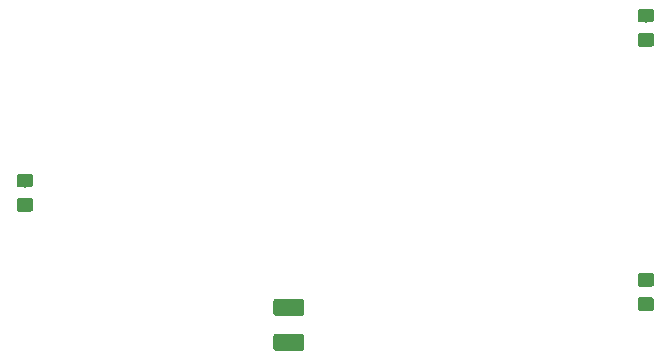
<source format=gbr>
G04 #@! TF.GenerationSoftware,KiCad,Pcbnew,(5.0.2)-1*
G04 #@! TF.CreationDate,2019-02-12T20:31:54-06:00*
G04 #@! TF.ProjectId,Nixie-PSU,4e697869-652d-4505-9355-2e6b69636164,rev?*
G04 #@! TF.SameCoordinates,Original*
G04 #@! TF.FileFunction,Paste,Bot*
G04 #@! TF.FilePolarity,Positive*
%FSLAX46Y46*%
G04 Gerber Fmt 4.6, Leading zero omitted, Abs format (unit mm)*
G04 Created by KiCad (PCBNEW (5.0.2)-1) date 2/12/2019 8:31:54 PM*
%MOMM*%
%LPD*%
G01*
G04 APERTURE LIST*
%ADD10C,0.100000*%
%ADD11C,1.425000*%
%ADD12C,1.150000*%
G04 APERTURE END LIST*
D10*
G04 #@! TO.C,C1*
G36*
X133433504Y-92216204D02*
X133457773Y-92219804D01*
X133481571Y-92225765D01*
X133504671Y-92234030D01*
X133526849Y-92244520D01*
X133547893Y-92257133D01*
X133567598Y-92271747D01*
X133585777Y-92288223D01*
X133602253Y-92306402D01*
X133616867Y-92326107D01*
X133629480Y-92347151D01*
X133639970Y-92369329D01*
X133648235Y-92392429D01*
X133654196Y-92416227D01*
X133657796Y-92440496D01*
X133659000Y-92465000D01*
X133659000Y-93390000D01*
X133657796Y-93414504D01*
X133654196Y-93438773D01*
X133648235Y-93462571D01*
X133639970Y-93485671D01*
X133629480Y-93507849D01*
X133616867Y-93528893D01*
X133602253Y-93548598D01*
X133585777Y-93566777D01*
X133567598Y-93583253D01*
X133547893Y-93597867D01*
X133526849Y-93610480D01*
X133504671Y-93620970D01*
X133481571Y-93629235D01*
X133457773Y-93635196D01*
X133433504Y-93638796D01*
X133409000Y-93640000D01*
X131259000Y-93640000D01*
X131234496Y-93638796D01*
X131210227Y-93635196D01*
X131186429Y-93629235D01*
X131163329Y-93620970D01*
X131141151Y-93610480D01*
X131120107Y-93597867D01*
X131100402Y-93583253D01*
X131082223Y-93566777D01*
X131065747Y-93548598D01*
X131051133Y-93528893D01*
X131038520Y-93507849D01*
X131028030Y-93485671D01*
X131019765Y-93462571D01*
X131013804Y-93438773D01*
X131010204Y-93414504D01*
X131009000Y-93390000D01*
X131009000Y-92465000D01*
X131010204Y-92440496D01*
X131013804Y-92416227D01*
X131019765Y-92392429D01*
X131028030Y-92369329D01*
X131038520Y-92347151D01*
X131051133Y-92326107D01*
X131065747Y-92306402D01*
X131082223Y-92288223D01*
X131100402Y-92271747D01*
X131120107Y-92257133D01*
X131141151Y-92244520D01*
X131163329Y-92234030D01*
X131186429Y-92225765D01*
X131210227Y-92219804D01*
X131234496Y-92216204D01*
X131259000Y-92215000D01*
X133409000Y-92215000D01*
X133433504Y-92216204D01*
X133433504Y-92216204D01*
G37*
D11*
X132334000Y-92927500D03*
D10*
G36*
X133433504Y-89241204D02*
X133457773Y-89244804D01*
X133481571Y-89250765D01*
X133504671Y-89259030D01*
X133526849Y-89269520D01*
X133547893Y-89282133D01*
X133567598Y-89296747D01*
X133585777Y-89313223D01*
X133602253Y-89331402D01*
X133616867Y-89351107D01*
X133629480Y-89372151D01*
X133639970Y-89394329D01*
X133648235Y-89417429D01*
X133654196Y-89441227D01*
X133657796Y-89465496D01*
X133659000Y-89490000D01*
X133659000Y-90415000D01*
X133657796Y-90439504D01*
X133654196Y-90463773D01*
X133648235Y-90487571D01*
X133639970Y-90510671D01*
X133629480Y-90532849D01*
X133616867Y-90553893D01*
X133602253Y-90573598D01*
X133585777Y-90591777D01*
X133567598Y-90608253D01*
X133547893Y-90622867D01*
X133526849Y-90635480D01*
X133504671Y-90645970D01*
X133481571Y-90654235D01*
X133457773Y-90660196D01*
X133433504Y-90663796D01*
X133409000Y-90665000D01*
X131259000Y-90665000D01*
X131234496Y-90663796D01*
X131210227Y-90660196D01*
X131186429Y-90654235D01*
X131163329Y-90645970D01*
X131141151Y-90635480D01*
X131120107Y-90622867D01*
X131100402Y-90608253D01*
X131082223Y-90591777D01*
X131065747Y-90573598D01*
X131051133Y-90553893D01*
X131038520Y-90532849D01*
X131028030Y-90510671D01*
X131019765Y-90487571D01*
X131013804Y-90463773D01*
X131010204Y-90439504D01*
X131009000Y-90415000D01*
X131009000Y-89490000D01*
X131010204Y-89465496D01*
X131013804Y-89441227D01*
X131019765Y-89417429D01*
X131028030Y-89394329D01*
X131038520Y-89372151D01*
X131051133Y-89351107D01*
X131065747Y-89331402D01*
X131082223Y-89313223D01*
X131100402Y-89296747D01*
X131120107Y-89282133D01*
X131141151Y-89269520D01*
X131163329Y-89259030D01*
X131186429Y-89250765D01*
X131210227Y-89244804D01*
X131234496Y-89241204D01*
X131259000Y-89240000D01*
X133409000Y-89240000D01*
X133433504Y-89241204D01*
X133433504Y-89241204D01*
G37*
D11*
X132334000Y-89952500D03*
G04 #@! TD*
D10*
G04 #@! TO.C,C2*
G36*
X110456505Y-80706204D02*
X110480773Y-80709804D01*
X110504572Y-80715765D01*
X110527671Y-80724030D01*
X110549850Y-80734520D01*
X110570893Y-80747132D01*
X110590599Y-80761747D01*
X110608777Y-80778223D01*
X110625253Y-80796401D01*
X110639868Y-80816107D01*
X110652480Y-80837150D01*
X110662970Y-80859329D01*
X110671235Y-80882428D01*
X110677196Y-80906227D01*
X110680796Y-80930495D01*
X110682000Y-80954999D01*
X110682000Y-81605001D01*
X110680796Y-81629505D01*
X110677196Y-81653773D01*
X110671235Y-81677572D01*
X110662970Y-81700671D01*
X110652480Y-81722850D01*
X110639868Y-81743893D01*
X110625253Y-81763599D01*
X110608777Y-81781777D01*
X110590599Y-81798253D01*
X110570893Y-81812868D01*
X110549850Y-81825480D01*
X110527671Y-81835970D01*
X110504572Y-81844235D01*
X110480773Y-81850196D01*
X110456505Y-81853796D01*
X110432001Y-81855000D01*
X109531999Y-81855000D01*
X109507495Y-81853796D01*
X109483227Y-81850196D01*
X109459428Y-81844235D01*
X109436329Y-81835970D01*
X109414150Y-81825480D01*
X109393107Y-81812868D01*
X109373401Y-81798253D01*
X109355223Y-81781777D01*
X109338747Y-81763599D01*
X109324132Y-81743893D01*
X109311520Y-81722850D01*
X109301030Y-81700671D01*
X109292765Y-81677572D01*
X109286804Y-81653773D01*
X109283204Y-81629505D01*
X109282000Y-81605001D01*
X109282000Y-80954999D01*
X109283204Y-80930495D01*
X109286804Y-80906227D01*
X109292765Y-80882428D01*
X109301030Y-80859329D01*
X109311520Y-80837150D01*
X109324132Y-80816107D01*
X109338747Y-80796401D01*
X109355223Y-80778223D01*
X109373401Y-80761747D01*
X109393107Y-80747132D01*
X109414150Y-80734520D01*
X109436329Y-80724030D01*
X109459428Y-80715765D01*
X109483227Y-80709804D01*
X109507495Y-80706204D01*
X109531999Y-80705000D01*
X110432001Y-80705000D01*
X110456505Y-80706204D01*
X110456505Y-80706204D01*
G37*
D12*
X109982000Y-81280000D03*
D10*
G36*
X110456505Y-78656204D02*
X110480773Y-78659804D01*
X110504572Y-78665765D01*
X110527671Y-78674030D01*
X110549850Y-78684520D01*
X110570893Y-78697132D01*
X110590599Y-78711747D01*
X110608777Y-78728223D01*
X110625253Y-78746401D01*
X110639868Y-78766107D01*
X110652480Y-78787150D01*
X110662970Y-78809329D01*
X110671235Y-78832428D01*
X110677196Y-78856227D01*
X110680796Y-78880495D01*
X110682000Y-78904999D01*
X110682000Y-79555001D01*
X110680796Y-79579505D01*
X110677196Y-79603773D01*
X110671235Y-79627572D01*
X110662970Y-79650671D01*
X110652480Y-79672850D01*
X110639868Y-79693893D01*
X110625253Y-79713599D01*
X110608777Y-79731777D01*
X110590599Y-79748253D01*
X110570893Y-79762868D01*
X110549850Y-79775480D01*
X110527671Y-79785970D01*
X110504572Y-79794235D01*
X110480773Y-79800196D01*
X110456505Y-79803796D01*
X110432001Y-79805000D01*
X109531999Y-79805000D01*
X109507495Y-79803796D01*
X109483227Y-79800196D01*
X109459428Y-79794235D01*
X109436329Y-79785970D01*
X109414150Y-79775480D01*
X109393107Y-79762868D01*
X109373401Y-79748253D01*
X109355223Y-79731777D01*
X109338747Y-79713599D01*
X109324132Y-79693893D01*
X109311520Y-79672850D01*
X109301030Y-79650671D01*
X109292765Y-79627572D01*
X109286804Y-79603773D01*
X109283204Y-79579505D01*
X109282000Y-79555001D01*
X109282000Y-78904999D01*
X109283204Y-78880495D01*
X109286804Y-78856227D01*
X109292765Y-78832428D01*
X109301030Y-78809329D01*
X109311520Y-78787150D01*
X109324132Y-78766107D01*
X109338747Y-78746401D01*
X109355223Y-78728223D01*
X109373401Y-78711747D01*
X109393107Y-78697132D01*
X109414150Y-78684520D01*
X109436329Y-78674030D01*
X109459428Y-78665765D01*
X109483227Y-78659804D01*
X109507495Y-78656204D01*
X109531999Y-78655000D01*
X110432001Y-78655000D01*
X110456505Y-78656204D01*
X110456505Y-78656204D01*
G37*
D12*
X109982000Y-79230000D03*
G04 #@! TD*
D10*
G04 #@! TO.C,C3*
G36*
X163034505Y-89106204D02*
X163058773Y-89109804D01*
X163082572Y-89115765D01*
X163105671Y-89124030D01*
X163127850Y-89134520D01*
X163148893Y-89147132D01*
X163168599Y-89161747D01*
X163186777Y-89178223D01*
X163203253Y-89196401D01*
X163217868Y-89216107D01*
X163230480Y-89237150D01*
X163240970Y-89259329D01*
X163249235Y-89282428D01*
X163255196Y-89306227D01*
X163258796Y-89330495D01*
X163260000Y-89354999D01*
X163260000Y-90005001D01*
X163258796Y-90029505D01*
X163255196Y-90053773D01*
X163249235Y-90077572D01*
X163240970Y-90100671D01*
X163230480Y-90122850D01*
X163217868Y-90143893D01*
X163203253Y-90163599D01*
X163186777Y-90181777D01*
X163168599Y-90198253D01*
X163148893Y-90212868D01*
X163127850Y-90225480D01*
X163105671Y-90235970D01*
X163082572Y-90244235D01*
X163058773Y-90250196D01*
X163034505Y-90253796D01*
X163010001Y-90255000D01*
X162109999Y-90255000D01*
X162085495Y-90253796D01*
X162061227Y-90250196D01*
X162037428Y-90244235D01*
X162014329Y-90235970D01*
X161992150Y-90225480D01*
X161971107Y-90212868D01*
X161951401Y-90198253D01*
X161933223Y-90181777D01*
X161916747Y-90163599D01*
X161902132Y-90143893D01*
X161889520Y-90122850D01*
X161879030Y-90100671D01*
X161870765Y-90077572D01*
X161864804Y-90053773D01*
X161861204Y-90029505D01*
X161860000Y-90005001D01*
X161860000Y-89354999D01*
X161861204Y-89330495D01*
X161864804Y-89306227D01*
X161870765Y-89282428D01*
X161879030Y-89259329D01*
X161889520Y-89237150D01*
X161902132Y-89216107D01*
X161916747Y-89196401D01*
X161933223Y-89178223D01*
X161951401Y-89161747D01*
X161971107Y-89147132D01*
X161992150Y-89134520D01*
X162014329Y-89124030D01*
X162037428Y-89115765D01*
X162061227Y-89109804D01*
X162085495Y-89106204D01*
X162109999Y-89105000D01*
X163010001Y-89105000D01*
X163034505Y-89106204D01*
X163034505Y-89106204D01*
G37*
D12*
X162560000Y-89680000D03*
D10*
G36*
X163034505Y-87056204D02*
X163058773Y-87059804D01*
X163082572Y-87065765D01*
X163105671Y-87074030D01*
X163127850Y-87084520D01*
X163148893Y-87097132D01*
X163168599Y-87111747D01*
X163186777Y-87128223D01*
X163203253Y-87146401D01*
X163217868Y-87166107D01*
X163230480Y-87187150D01*
X163240970Y-87209329D01*
X163249235Y-87232428D01*
X163255196Y-87256227D01*
X163258796Y-87280495D01*
X163260000Y-87304999D01*
X163260000Y-87955001D01*
X163258796Y-87979505D01*
X163255196Y-88003773D01*
X163249235Y-88027572D01*
X163240970Y-88050671D01*
X163230480Y-88072850D01*
X163217868Y-88093893D01*
X163203253Y-88113599D01*
X163186777Y-88131777D01*
X163168599Y-88148253D01*
X163148893Y-88162868D01*
X163127850Y-88175480D01*
X163105671Y-88185970D01*
X163082572Y-88194235D01*
X163058773Y-88200196D01*
X163034505Y-88203796D01*
X163010001Y-88205000D01*
X162109999Y-88205000D01*
X162085495Y-88203796D01*
X162061227Y-88200196D01*
X162037428Y-88194235D01*
X162014329Y-88185970D01*
X161992150Y-88175480D01*
X161971107Y-88162868D01*
X161951401Y-88148253D01*
X161933223Y-88131777D01*
X161916747Y-88113599D01*
X161902132Y-88093893D01*
X161889520Y-88072850D01*
X161879030Y-88050671D01*
X161870765Y-88027572D01*
X161864804Y-88003773D01*
X161861204Y-87979505D01*
X161860000Y-87955001D01*
X161860000Y-87304999D01*
X161861204Y-87280495D01*
X161864804Y-87256227D01*
X161870765Y-87232428D01*
X161879030Y-87209329D01*
X161889520Y-87187150D01*
X161902132Y-87166107D01*
X161916747Y-87146401D01*
X161933223Y-87128223D01*
X161951401Y-87111747D01*
X161971107Y-87097132D01*
X161992150Y-87084520D01*
X162014329Y-87074030D01*
X162037428Y-87065765D01*
X162061227Y-87059804D01*
X162085495Y-87056204D01*
X162109999Y-87055000D01*
X163010001Y-87055000D01*
X163034505Y-87056204D01*
X163034505Y-87056204D01*
G37*
D12*
X162560000Y-87630000D03*
G04 #@! TD*
D10*
G04 #@! TO.C,C4*
G36*
X163034505Y-64686204D02*
X163058773Y-64689804D01*
X163082572Y-64695765D01*
X163105671Y-64704030D01*
X163127850Y-64714520D01*
X163148893Y-64727132D01*
X163168599Y-64741747D01*
X163186777Y-64758223D01*
X163203253Y-64776401D01*
X163217868Y-64796107D01*
X163230480Y-64817150D01*
X163240970Y-64839329D01*
X163249235Y-64862428D01*
X163255196Y-64886227D01*
X163258796Y-64910495D01*
X163260000Y-64934999D01*
X163260000Y-65585001D01*
X163258796Y-65609505D01*
X163255196Y-65633773D01*
X163249235Y-65657572D01*
X163240970Y-65680671D01*
X163230480Y-65702850D01*
X163217868Y-65723893D01*
X163203253Y-65743599D01*
X163186777Y-65761777D01*
X163168599Y-65778253D01*
X163148893Y-65792868D01*
X163127850Y-65805480D01*
X163105671Y-65815970D01*
X163082572Y-65824235D01*
X163058773Y-65830196D01*
X163034505Y-65833796D01*
X163010001Y-65835000D01*
X162109999Y-65835000D01*
X162085495Y-65833796D01*
X162061227Y-65830196D01*
X162037428Y-65824235D01*
X162014329Y-65815970D01*
X161992150Y-65805480D01*
X161971107Y-65792868D01*
X161951401Y-65778253D01*
X161933223Y-65761777D01*
X161916747Y-65743599D01*
X161902132Y-65723893D01*
X161889520Y-65702850D01*
X161879030Y-65680671D01*
X161870765Y-65657572D01*
X161864804Y-65633773D01*
X161861204Y-65609505D01*
X161860000Y-65585001D01*
X161860000Y-64934999D01*
X161861204Y-64910495D01*
X161864804Y-64886227D01*
X161870765Y-64862428D01*
X161879030Y-64839329D01*
X161889520Y-64817150D01*
X161902132Y-64796107D01*
X161916747Y-64776401D01*
X161933223Y-64758223D01*
X161951401Y-64741747D01*
X161971107Y-64727132D01*
X161992150Y-64714520D01*
X162014329Y-64704030D01*
X162037428Y-64695765D01*
X162061227Y-64689804D01*
X162085495Y-64686204D01*
X162109999Y-64685000D01*
X163010001Y-64685000D01*
X163034505Y-64686204D01*
X163034505Y-64686204D01*
G37*
D12*
X162560000Y-65260000D03*
D10*
G36*
X163034505Y-66736204D02*
X163058773Y-66739804D01*
X163082572Y-66745765D01*
X163105671Y-66754030D01*
X163127850Y-66764520D01*
X163148893Y-66777132D01*
X163168599Y-66791747D01*
X163186777Y-66808223D01*
X163203253Y-66826401D01*
X163217868Y-66846107D01*
X163230480Y-66867150D01*
X163240970Y-66889329D01*
X163249235Y-66912428D01*
X163255196Y-66936227D01*
X163258796Y-66960495D01*
X163260000Y-66984999D01*
X163260000Y-67635001D01*
X163258796Y-67659505D01*
X163255196Y-67683773D01*
X163249235Y-67707572D01*
X163240970Y-67730671D01*
X163230480Y-67752850D01*
X163217868Y-67773893D01*
X163203253Y-67793599D01*
X163186777Y-67811777D01*
X163168599Y-67828253D01*
X163148893Y-67842868D01*
X163127850Y-67855480D01*
X163105671Y-67865970D01*
X163082572Y-67874235D01*
X163058773Y-67880196D01*
X163034505Y-67883796D01*
X163010001Y-67885000D01*
X162109999Y-67885000D01*
X162085495Y-67883796D01*
X162061227Y-67880196D01*
X162037428Y-67874235D01*
X162014329Y-67865970D01*
X161992150Y-67855480D01*
X161971107Y-67842868D01*
X161951401Y-67828253D01*
X161933223Y-67811777D01*
X161916747Y-67793599D01*
X161902132Y-67773893D01*
X161889520Y-67752850D01*
X161879030Y-67730671D01*
X161870765Y-67707572D01*
X161864804Y-67683773D01*
X161861204Y-67659505D01*
X161860000Y-67635001D01*
X161860000Y-66984999D01*
X161861204Y-66960495D01*
X161864804Y-66936227D01*
X161870765Y-66912428D01*
X161879030Y-66889329D01*
X161889520Y-66867150D01*
X161902132Y-66846107D01*
X161916747Y-66826401D01*
X161933223Y-66808223D01*
X161951401Y-66791747D01*
X161971107Y-66777132D01*
X161992150Y-66764520D01*
X162014329Y-66754030D01*
X162037428Y-66745765D01*
X162061227Y-66739804D01*
X162085495Y-66736204D01*
X162109999Y-66735000D01*
X163010001Y-66735000D01*
X163034505Y-66736204D01*
X163034505Y-66736204D01*
G37*
D12*
X162560000Y-67310000D03*
G04 #@! TD*
M02*

</source>
